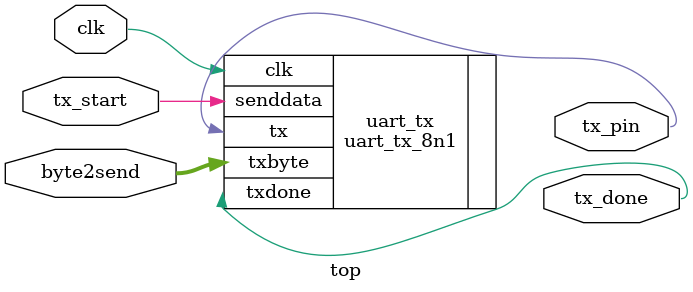
<source format=v>
`include "./uart_tx_8n1.v"
module top (
    // Inputs and output ports
    clk,
    byte2send,
    tx_start,
    tx_done,
    tx_pin
);

  input clk;
  input [7:0] byte2send;
  input tx_start;

  output tx_done;
  output tx_pin;

  // Declaración de señales [reg, wire]

  // Descripción del comportamiento
  uart_tx_8n1 uart_tx (
      .clk(clk),
      .txbyte(byte2send),
      .senddata(tx_start),
      .txdone(tx_done),
      .tx(tx_pin)
  );

endmodule

</source>
